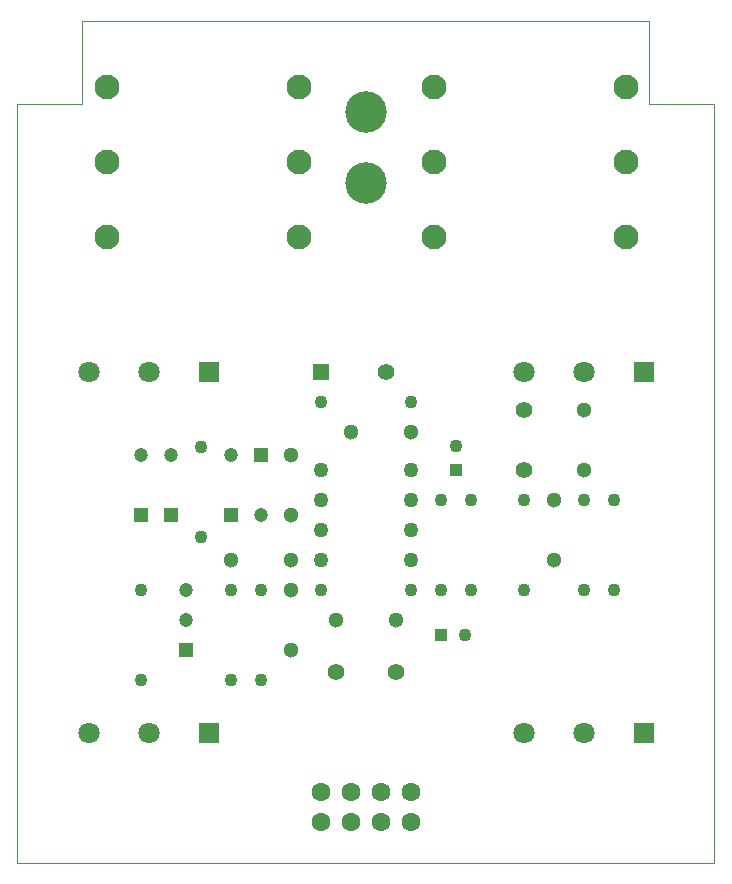
<source format=gts>
G75*
%MOIN*%
%OFA0B0*%
%FSLAX25Y25*%
%IPPOS*%
%LPD*%
%AMOC8*
5,1,8,0,0,1.08239X$1,22.5*
%
%ADD10R,0.07087X0.07087*%
%ADD11C,0.07087*%
%ADD12C,0.05118*%
%ADD13C,0.05512*%
%ADD14R,0.04331X0.04331*%
%ADD15C,0.04331*%
%ADD16R,0.05512X0.05512*%
%ADD17C,0.04724*%
%ADD18R,0.04724X0.04724*%
%ADD19C,0.05000*%
%ADD20C,0.08268*%
%ADD21C,0.13843*%
%ADD22C,0.06299*%
%ADD23C,0.00000*%
D10*
X0068750Y0048913D03*
X0068750Y0169163D03*
X0213750Y0169163D03*
X0213750Y0048913D03*
D11*
X0193750Y0048913D03*
X0173750Y0048913D03*
X0173750Y0169163D03*
X0193750Y0169163D03*
X0048750Y0169163D03*
X0028750Y0169163D03*
X0028750Y0048913D03*
X0048750Y0048913D03*
D12*
X0096250Y0076600D03*
X0111250Y0086600D03*
X0096250Y0096600D03*
X0096250Y0106600D03*
X0096250Y0121600D03*
X0096250Y0141600D03*
X0116250Y0149100D03*
X0136250Y0149100D03*
X0183750Y0126600D03*
X0193750Y0136600D03*
X0193750Y0156600D03*
X0183750Y0106600D03*
X0131250Y0086600D03*
X0076250Y0106600D03*
D13*
X0111250Y0069100D03*
X0131250Y0069100D03*
X0173750Y0136600D03*
X0173750Y0156600D03*
X0128000Y0169100D03*
D14*
X0151245Y0136670D03*
X0146247Y0081605D03*
D15*
X0154107Y0081602D03*
X0156250Y0096600D03*
X0146250Y0096600D03*
X0136250Y0096600D03*
X0146250Y0126600D03*
X0156250Y0126600D03*
X0151248Y0144530D03*
X0136250Y0159100D03*
X0106250Y0159100D03*
X0066250Y0144100D03*
X0066250Y0114100D03*
X0076250Y0096600D03*
X0086250Y0096600D03*
X0106250Y0096600D03*
X0086250Y0066600D03*
X0076250Y0066600D03*
X0046250Y0066600D03*
X0046250Y0096600D03*
X0173750Y0096600D03*
X0193750Y0096600D03*
X0203750Y0096600D03*
X0203750Y0126600D03*
X0193750Y0126600D03*
X0173750Y0126600D03*
D16*
X0106250Y0169100D03*
D17*
X0076250Y0141600D03*
X0086250Y0121600D03*
X0061250Y0096600D03*
X0061250Y0086600D03*
X0056250Y0141600D03*
X0046250Y0141600D03*
D18*
X0046250Y0121600D03*
X0056250Y0121600D03*
X0076250Y0121600D03*
X0086250Y0141600D03*
X0061250Y0076600D03*
D19*
X0106250Y0106600D03*
X0106250Y0116600D03*
X0106250Y0126600D03*
X0106250Y0136600D03*
X0136250Y0136600D03*
X0136250Y0126600D03*
X0136250Y0116600D03*
X0136250Y0106600D03*
D20*
X0143801Y0214350D03*
X0143801Y0239350D03*
X0143801Y0264350D03*
X0098699Y0264350D03*
X0098699Y0239350D03*
X0098699Y0214350D03*
X0034801Y0214350D03*
X0034801Y0239350D03*
X0034801Y0264350D03*
X0207699Y0264350D03*
X0207699Y0239350D03*
X0207699Y0214350D03*
D21*
X0121250Y0232188D03*
X0121250Y0255810D03*
D22*
X0116250Y0029100D03*
X0116250Y0019100D03*
X0106250Y0019100D03*
X0106250Y0029100D03*
X0126250Y0029100D03*
X0126250Y0019100D03*
X0136250Y0019100D03*
X0136250Y0029100D03*
D23*
X0237283Y0005600D02*
X0005000Y0005600D01*
X0005000Y0258631D01*
X0026654Y0258631D01*
X0026654Y0286191D01*
X0215630Y0286191D01*
X0215630Y0258631D01*
X0237283Y0258631D01*
X0237283Y0005600D01*
M02*

</source>
